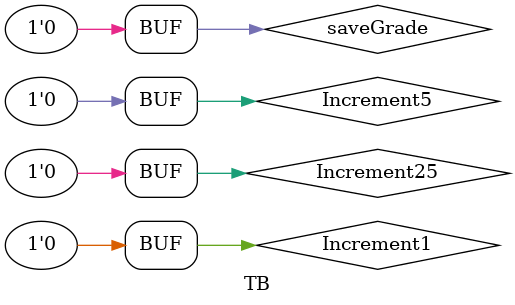
<source format=v>
`timescale 1ns / 1ps


module TB(
    );
    
    reg Increment1, Increment5, Increment25, setGrade, resetGrades, clearCurrent, displayGrades, saveGrade;
    wire [7:0]allGrades;
    //wire [7:0]gradeStorage[7:0];
    
    
    gradeTracker DUT(.Increment1(Increment1), .Increment5(Increment5), .Increment25(Increment25), .saveGrade(saveGrade), .setGrade(setGrade), .resetGrades(resetGrades), .clearCurrent(clearCurrent), .displayGrades(displayGrades), .allGrades(allGrades));//, .gradeStorage(gradeStorage));
    
    initial
    begin
        //setGrade = 1;
        Increment1 = 0;
        Increment5 = 0;
        Increment25 = 0;
        #10;
        
        Increment5 = 1;
        #10;
        Increment1 = 1;
        #10;
        Increment1 = 0;
        Increment5 = 0;
        Increment25 = 1;
        #10;
        Increment25 = 0;
        #10;
        Increment25 = 1;
        #10;
        
                
        Increment1 = 0;
        Increment5 = 0;
        Increment25 = 0;
        //clearCurrent = 1;
        saveGrade = 1;
        #10;
        saveGrade = 0;
        #10;
        
        //setGrade = 1;
        
        Increment1 = 1;
        Increment5 = 1;
        Increment25 = 1;
        #10;
        Increment1 = 0;
        Increment5 = 0;
        Increment25 = 0;
        #10;
        Increment25 = 1;
        #10;
        Increment25 = 0;
        #10;
        Increment25 = 1;
        #10;
        Increment25 = 0;
        #10;
        Increment25 = 1;
        #10;
        Increment25 = 0;
        #10;
        Increment25 = 1;
        #10;
        Increment25 = 0;
        #10;
        Increment25 = 1;
        #10;
        Increment25 = 0;
        #10;
        Increment5 = 1;
        #10;
        Increment5 = 0;
        #10;
        Increment1 = 1;
        #10;
        Increment1 = 0;
        #10;
        
        
        saveGrade = 1;
        #10;
        saveGrade = 0;
        
        
        
    end
    
    
endmodule



</source>
